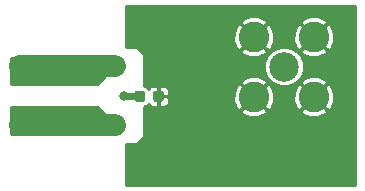
<source format=gbr>
G04 #@! TF.GenerationSoftware,KiCad,Pcbnew,(5.0.2)-1*
G04 #@! TF.CreationDate,2020-08-06T16:14:57-05:00*
G04 #@! TF.ProjectId,xform-plug,78666f72-6d2d-4706-9c75-672e6b696361,rev?*
G04 #@! TF.SameCoordinates,Original*
G04 #@! TF.FileFunction,Copper,L2,Bot*
G04 #@! TF.FilePolarity,Positive*
%FSLAX46Y46*%
G04 Gerber Fmt 4.6, Leading zero omitted, Abs format (unit mm)*
G04 Created by KiCad (PCBNEW (5.0.2)-1) date 8/6/2020 4:14:57 PM*
%MOMM*%
%LPD*%
G01*
G04 APERTURE LIST*
G04 #@! TA.AperFunction,ComponentPad*
%ADD10C,2.600000*%
G04 #@! TD*
G04 #@! TA.AperFunction,ComponentPad*
%ADD11C,2.500000*%
G04 #@! TD*
G04 #@! TA.AperFunction,Conductor*
%ADD12C,0.100000*%
G04 #@! TD*
G04 #@! TA.AperFunction,SMDPad,CuDef*
%ADD13C,0.875000*%
G04 #@! TD*
G04 #@! TA.AperFunction,ViaPad*
%ADD14C,0.800000*%
G04 #@! TD*
G04 #@! TA.AperFunction,Conductor*
%ADD15C,1.500000*%
G04 #@! TD*
G04 #@! TA.AperFunction,Conductor*
%ADD16C,1.650000*%
G04 #@! TD*
G04 #@! TA.AperFunction,Conductor*
%ADD17C,1.800000*%
G04 #@! TD*
G04 #@! TA.AperFunction,Conductor*
%ADD18C,1.900000*%
G04 #@! TD*
G04 #@! TA.AperFunction,Conductor*
%ADD19C,0.600000*%
G04 #@! TD*
G04 #@! TA.AperFunction,Conductor*
%ADD20C,0.254000*%
G04 #@! TD*
G04 APERTURE END LIST*
D10*
G04 #@! TO.P,J1,1*
G04 #@! TO.N,GND*
X20960000Y4990000D03*
X26040000Y4990000D03*
X20960000Y-90000D03*
X26040000Y-90000D03*
D11*
G04 #@! TO.P,J1,2*
G04 #@! TO.N,Net-(J1-Pad2)*
X23500000Y2450000D03*
G04 #@! TD*
D12*
G04 #@! TO.N,Net-(R1-Pad2)*
G04 #@! TO.C,R1*
G36*
X11552691Y423947D02*
X11573926Y420797D01*
X11594750Y415581D01*
X11614962Y408349D01*
X11634368Y399170D01*
X11652781Y388134D01*
X11670024Y375346D01*
X11685930Y360930D01*
X11700346Y345024D01*
X11713134Y327781D01*
X11724170Y309368D01*
X11733349Y289962D01*
X11740581Y269750D01*
X11745797Y248926D01*
X11748947Y227691D01*
X11750000Y206250D01*
X11750000Y-306250D01*
X11748947Y-327691D01*
X11745797Y-348926D01*
X11740581Y-369750D01*
X11733349Y-389962D01*
X11724170Y-409368D01*
X11713134Y-427781D01*
X11700346Y-445024D01*
X11685930Y-460930D01*
X11670024Y-475346D01*
X11652781Y-488134D01*
X11634368Y-499170D01*
X11614962Y-508349D01*
X11594750Y-515581D01*
X11573926Y-520797D01*
X11552691Y-523947D01*
X11531250Y-525000D01*
X11093750Y-525000D01*
X11072309Y-523947D01*
X11051074Y-520797D01*
X11030250Y-515581D01*
X11010038Y-508349D01*
X10990632Y-499170D01*
X10972219Y-488134D01*
X10954976Y-475346D01*
X10939070Y-460930D01*
X10924654Y-445024D01*
X10911866Y-427781D01*
X10900830Y-409368D01*
X10891651Y-389962D01*
X10884419Y-369750D01*
X10879203Y-348926D01*
X10876053Y-327691D01*
X10875000Y-306250D01*
X10875000Y206250D01*
X10876053Y227691D01*
X10879203Y248926D01*
X10884419Y269750D01*
X10891651Y289962D01*
X10900830Y309368D01*
X10911866Y327781D01*
X10924654Y345024D01*
X10939070Y360930D01*
X10954976Y375346D01*
X10972219Y388134D01*
X10990632Y399170D01*
X11010038Y408349D01*
X11030250Y415581D01*
X11051074Y420797D01*
X11072309Y423947D01*
X11093750Y425000D01*
X11531250Y425000D01*
X11552691Y423947D01*
X11552691Y423947D01*
G37*
D13*
G04 #@! TD*
G04 #@! TO.P,R1,2*
G04 #@! TO.N,Net-(R1-Pad2)*
X11312500Y-50000D03*
D12*
G04 #@! TO.N,GND*
G04 #@! TO.C,R1*
G36*
X13127691Y423947D02*
X13148926Y420797D01*
X13169750Y415581D01*
X13189962Y408349D01*
X13209368Y399170D01*
X13227781Y388134D01*
X13245024Y375346D01*
X13260930Y360930D01*
X13275346Y345024D01*
X13288134Y327781D01*
X13299170Y309368D01*
X13308349Y289962D01*
X13315581Y269750D01*
X13320797Y248926D01*
X13323947Y227691D01*
X13325000Y206250D01*
X13325000Y-306250D01*
X13323947Y-327691D01*
X13320797Y-348926D01*
X13315581Y-369750D01*
X13308349Y-389962D01*
X13299170Y-409368D01*
X13288134Y-427781D01*
X13275346Y-445024D01*
X13260930Y-460930D01*
X13245024Y-475346D01*
X13227781Y-488134D01*
X13209368Y-499170D01*
X13189962Y-508349D01*
X13169750Y-515581D01*
X13148926Y-520797D01*
X13127691Y-523947D01*
X13106250Y-525000D01*
X12668750Y-525000D01*
X12647309Y-523947D01*
X12626074Y-520797D01*
X12605250Y-515581D01*
X12585038Y-508349D01*
X12565632Y-499170D01*
X12547219Y-488134D01*
X12529976Y-475346D01*
X12514070Y-460930D01*
X12499654Y-445024D01*
X12486866Y-427781D01*
X12475830Y-409368D01*
X12466651Y-389962D01*
X12459419Y-369750D01*
X12454203Y-348926D01*
X12451053Y-327691D01*
X12450000Y-306250D01*
X12450000Y206250D01*
X12451053Y227691D01*
X12454203Y248926D01*
X12459419Y269750D01*
X12466651Y289962D01*
X12475830Y309368D01*
X12486866Y327781D01*
X12499654Y345024D01*
X12514070Y360930D01*
X12529976Y375346D01*
X12547219Y388134D01*
X12565632Y399170D01*
X12585038Y408349D01*
X12605250Y415581D01*
X12626074Y420797D01*
X12647309Y423947D01*
X12668750Y425000D01*
X13106250Y425000D01*
X13127691Y423947D01*
X13127691Y423947D01*
G37*
D13*
G04 #@! TD*
G04 #@! TO.P,R1,1*
G04 #@! TO.N,GND*
X12887500Y-50000D03*
D14*
G04 #@! TO.N,/slot_l*
X9250000Y2540000D03*
X7250000Y2540000D03*
X5000000Y2540000D03*
X3000000Y2540000D03*
X1000010Y2540000D03*
G04 #@! TO.N,/slot_r*
X3000000Y-2460000D03*
X7250000Y-2460000D03*
X5000000Y-2460000D03*
X1000010Y-2460000D03*
X9250000Y-2460000D03*
G04 #@! TO.N,GND*
X14750000Y2750000D03*
X14750000Y1000000D03*
X14750000Y-750000D03*
X14750000Y-2500000D03*
X14750000Y-4500000D03*
X12500000Y-4500000D03*
X14750000Y4750000D03*
X12500000Y4750000D03*
X17000000Y4750000D03*
X17000000Y-4500000D03*
X23250000Y-3250000D03*
X21750000Y-5000000D03*
X19250000Y-4750000D03*
X10500000Y-4500000D03*
X10500000Y4750000D03*
X14750000Y6750000D03*
X12500000Y6750000D03*
X17000000Y6750000D03*
X10500000Y6750000D03*
X12500000Y-6500000D03*
X14750000Y-6500000D03*
X17000000Y-6500000D03*
X10500000Y-6500000D03*
X18700000Y5700000D03*
X23250000Y-1500000D03*
G04 #@! TO.N,Net-(R1-Pad2)*
X10000000Y0D03*
G04 #@! TD*
D15*
G04 #@! TO.N,/slot_r*
X9250000Y-2460000D02*
X1000010Y-2460000D01*
D16*
X9250000Y-2460000D02*
X1035010Y-2460000D01*
D17*
X9250000Y-2460000D02*
X1110010Y-2460000D01*
D18*
X9250000Y-2460000D02*
X1160010Y-2460000D01*
D15*
G04 #@! TO.N,/slot_l*
X9250000Y2540000D02*
X1000010Y2540000D01*
D16*
X9250000Y2540000D02*
X1035010Y2540000D01*
D18*
X9250000Y2540000D02*
X1400010Y2540000D01*
X1400010Y2540000D02*
X1160010Y2540000D01*
D17*
X1160010Y2540000D02*
X1110010Y2540000D01*
D19*
G04 #@! TO.N,Net-(R1-Pad2)*
X10050000Y-50000D02*
X10000000Y0D01*
X11312500Y-50000D02*
X10050000Y-50000D01*
G04 #@! TD*
D20*
G04 #@! TO.N,GND*
G36*
X29563001Y-7563000D02*
X10127000Y-7563000D01*
X10127000Y-4127000D01*
X11000000Y-4127000D01*
X11048601Y-4117333D01*
X11089803Y-4089803D01*
X11589803Y-3589803D01*
X11617333Y-3548601D01*
X11627000Y-3500000D01*
X11627000Y-1275764D01*
X19806763Y-1275764D01*
X19943703Y-1527942D01*
X20571340Y-1807405D01*
X21258148Y-1825409D01*
X21899565Y-1579212D01*
X21976297Y-1527942D01*
X22113237Y-1275764D01*
X24886763Y-1275764D01*
X25023703Y-1527942D01*
X25651340Y-1807405D01*
X26338148Y-1825409D01*
X26979565Y-1579212D01*
X27056297Y-1527942D01*
X27193237Y-1275764D01*
X26040000Y-122527D01*
X24886763Y-1275764D01*
X22113237Y-1275764D01*
X20960000Y-122527D01*
X19806763Y-1275764D01*
X11627000Y-1275764D01*
X11627000Y-941319D01*
X11781569Y-910573D01*
X11993779Y-768779D01*
X12052434Y-680996D01*
X12088007Y-766876D01*
X12208124Y-886993D01*
X12365065Y-952000D01*
X12757750Y-952000D01*
X12864500Y-845250D01*
X12864500Y-73000D01*
X12910500Y-73000D01*
X12910500Y-845250D01*
X13017250Y-952000D01*
X13409935Y-952000D01*
X13566876Y-886993D01*
X13686993Y-766876D01*
X13752000Y-609936D01*
X13752000Y-388148D01*
X19224591Y-388148D01*
X19470788Y-1029565D01*
X19522058Y-1106297D01*
X19774236Y-1243237D01*
X20927473Y-90000D01*
X20992527Y-90000D01*
X22145764Y-1243237D01*
X22397942Y-1106297D01*
X22677405Y-478660D01*
X22679777Y-388148D01*
X24304591Y-388148D01*
X24550788Y-1029565D01*
X24602058Y-1106297D01*
X24854236Y-1243237D01*
X26007473Y-90000D01*
X26072527Y-90000D01*
X27225764Y-1243237D01*
X27477942Y-1106297D01*
X27757405Y-478660D01*
X27775409Y208148D01*
X27529212Y849565D01*
X27477942Y926297D01*
X27225764Y1063237D01*
X26072527Y-90000D01*
X26007473Y-90000D01*
X24854236Y1063237D01*
X24602058Y926297D01*
X24322595Y298660D01*
X24304591Y-388148D01*
X22679777Y-388148D01*
X22695409Y208148D01*
X22449212Y849565D01*
X22397942Y926297D01*
X22145764Y1063237D01*
X20992527Y-90000D01*
X20927473Y-90000D01*
X19774236Y1063237D01*
X19522058Y926297D01*
X19242595Y298660D01*
X19224591Y-388148D01*
X13752000Y-388148D01*
X13752000Y-179750D01*
X13645250Y-73000D01*
X12910500Y-73000D01*
X12864500Y-73000D01*
X12844500Y-73000D01*
X12844500Y-27000D01*
X12864500Y-27000D01*
X12864500Y745250D01*
X12910500Y745250D01*
X12910500Y-27000D01*
X13645250Y-27000D01*
X13752000Y79750D01*
X13752000Y509936D01*
X13686993Y666876D01*
X13566876Y786993D01*
X13409935Y852000D01*
X13017250Y852000D01*
X12910500Y745250D01*
X12864500Y745250D01*
X12757750Y852000D01*
X12365065Y852000D01*
X12208124Y786993D01*
X12088007Y666876D01*
X12052434Y580996D01*
X11993779Y668779D01*
X11781569Y810573D01*
X11627000Y841319D01*
X11627000Y1095764D01*
X19806763Y1095764D01*
X20960000Y-57473D01*
X22113237Y1095764D01*
X21976297Y1347942D01*
X21348660Y1627405D01*
X20661852Y1645409D01*
X20020435Y1399212D01*
X19943703Y1347942D01*
X19806763Y1095764D01*
X11627000Y1095764D01*
X11627000Y2783576D01*
X21823000Y2783576D01*
X21823000Y2116424D01*
X22078308Y1500056D01*
X22550056Y1028308D01*
X23166424Y773000D01*
X23833576Y773000D01*
X24449944Y1028308D01*
X24517400Y1095764D01*
X24886763Y1095764D01*
X26040000Y-57473D01*
X27193237Y1095764D01*
X27056297Y1347942D01*
X26428660Y1627405D01*
X25741852Y1645409D01*
X25100435Y1399212D01*
X25023703Y1347942D01*
X24886763Y1095764D01*
X24517400Y1095764D01*
X24921692Y1500056D01*
X25177000Y2116424D01*
X25177000Y2783576D01*
X24921692Y3399944D01*
X24517400Y3804236D01*
X24886763Y3804236D01*
X25023703Y3552058D01*
X25651340Y3272595D01*
X26338148Y3254591D01*
X26979565Y3500788D01*
X27056297Y3552058D01*
X27193237Y3804236D01*
X26040000Y4957473D01*
X24886763Y3804236D01*
X24517400Y3804236D01*
X24449944Y3871692D01*
X23833576Y4127000D01*
X23166424Y4127000D01*
X22550056Y3871692D01*
X22078308Y3399944D01*
X21823000Y2783576D01*
X11627000Y2783576D01*
X11627000Y3500000D01*
X11617333Y3548601D01*
X11589803Y3589803D01*
X11375370Y3804236D01*
X19806763Y3804236D01*
X19943703Y3552058D01*
X20571340Y3272595D01*
X21258148Y3254591D01*
X21899565Y3500788D01*
X21976297Y3552058D01*
X22113237Y3804236D01*
X20960000Y4957473D01*
X19806763Y3804236D01*
X11375370Y3804236D01*
X11089803Y4089803D01*
X11048601Y4117333D01*
X11000000Y4127000D01*
X10127000Y4127000D01*
X10127000Y4691852D01*
X19224591Y4691852D01*
X19470788Y4050435D01*
X19522058Y3973703D01*
X19774236Y3836763D01*
X20927473Y4990000D01*
X20992527Y4990000D01*
X22145764Y3836763D01*
X22397942Y3973703D01*
X22677405Y4601340D01*
X22679777Y4691852D01*
X24304591Y4691852D01*
X24550788Y4050435D01*
X24602058Y3973703D01*
X24854236Y3836763D01*
X26007473Y4990000D01*
X26072527Y4990000D01*
X27225764Y3836763D01*
X27477942Y3973703D01*
X27757405Y4601340D01*
X27775409Y5288148D01*
X27529212Y5929565D01*
X27477942Y6006297D01*
X27225764Y6143237D01*
X26072527Y4990000D01*
X26007473Y4990000D01*
X24854236Y6143237D01*
X24602058Y6006297D01*
X24322595Y5378660D01*
X24304591Y4691852D01*
X22679777Y4691852D01*
X22695409Y5288148D01*
X22449212Y5929565D01*
X22397942Y6006297D01*
X22145764Y6143237D01*
X20992527Y4990000D01*
X20927473Y4990000D01*
X19774236Y6143237D01*
X19522058Y6006297D01*
X19242595Y5378660D01*
X19224591Y4691852D01*
X10127000Y4691852D01*
X10127000Y6175764D01*
X19806763Y6175764D01*
X20960000Y5022527D01*
X22113237Y6175764D01*
X24886763Y6175764D01*
X26040000Y5022527D01*
X27193237Y6175764D01*
X27056297Y6427942D01*
X26428660Y6707405D01*
X25741852Y6725409D01*
X25100435Y6479212D01*
X25023703Y6427942D01*
X24886763Y6175764D01*
X22113237Y6175764D01*
X21976297Y6427942D01*
X21348660Y6707405D01*
X20661852Y6725409D01*
X20020435Y6479212D01*
X19943703Y6427942D01*
X19806763Y6175764D01*
X10127000Y6175764D01*
X10127000Y7563000D01*
X29563000Y7563000D01*
X29563001Y-7563000D01*
X29563001Y-7563000D01*
G37*
X29563001Y-7563000D02*
X10127000Y-7563000D01*
X10127000Y-4127000D01*
X11000000Y-4127000D01*
X11048601Y-4117333D01*
X11089803Y-4089803D01*
X11589803Y-3589803D01*
X11617333Y-3548601D01*
X11627000Y-3500000D01*
X11627000Y-1275764D01*
X19806763Y-1275764D01*
X19943703Y-1527942D01*
X20571340Y-1807405D01*
X21258148Y-1825409D01*
X21899565Y-1579212D01*
X21976297Y-1527942D01*
X22113237Y-1275764D01*
X24886763Y-1275764D01*
X25023703Y-1527942D01*
X25651340Y-1807405D01*
X26338148Y-1825409D01*
X26979565Y-1579212D01*
X27056297Y-1527942D01*
X27193237Y-1275764D01*
X26040000Y-122527D01*
X24886763Y-1275764D01*
X22113237Y-1275764D01*
X20960000Y-122527D01*
X19806763Y-1275764D01*
X11627000Y-1275764D01*
X11627000Y-941319D01*
X11781569Y-910573D01*
X11993779Y-768779D01*
X12052434Y-680996D01*
X12088007Y-766876D01*
X12208124Y-886993D01*
X12365065Y-952000D01*
X12757750Y-952000D01*
X12864500Y-845250D01*
X12864500Y-73000D01*
X12910500Y-73000D01*
X12910500Y-845250D01*
X13017250Y-952000D01*
X13409935Y-952000D01*
X13566876Y-886993D01*
X13686993Y-766876D01*
X13752000Y-609936D01*
X13752000Y-388148D01*
X19224591Y-388148D01*
X19470788Y-1029565D01*
X19522058Y-1106297D01*
X19774236Y-1243237D01*
X20927473Y-90000D01*
X20992527Y-90000D01*
X22145764Y-1243237D01*
X22397942Y-1106297D01*
X22677405Y-478660D01*
X22679777Y-388148D01*
X24304591Y-388148D01*
X24550788Y-1029565D01*
X24602058Y-1106297D01*
X24854236Y-1243237D01*
X26007473Y-90000D01*
X26072527Y-90000D01*
X27225764Y-1243237D01*
X27477942Y-1106297D01*
X27757405Y-478660D01*
X27775409Y208148D01*
X27529212Y849565D01*
X27477942Y926297D01*
X27225764Y1063237D01*
X26072527Y-90000D01*
X26007473Y-90000D01*
X24854236Y1063237D01*
X24602058Y926297D01*
X24322595Y298660D01*
X24304591Y-388148D01*
X22679777Y-388148D01*
X22695409Y208148D01*
X22449212Y849565D01*
X22397942Y926297D01*
X22145764Y1063237D01*
X20992527Y-90000D01*
X20927473Y-90000D01*
X19774236Y1063237D01*
X19522058Y926297D01*
X19242595Y298660D01*
X19224591Y-388148D01*
X13752000Y-388148D01*
X13752000Y-179750D01*
X13645250Y-73000D01*
X12910500Y-73000D01*
X12864500Y-73000D01*
X12844500Y-73000D01*
X12844500Y-27000D01*
X12864500Y-27000D01*
X12864500Y745250D01*
X12910500Y745250D01*
X12910500Y-27000D01*
X13645250Y-27000D01*
X13752000Y79750D01*
X13752000Y509936D01*
X13686993Y666876D01*
X13566876Y786993D01*
X13409935Y852000D01*
X13017250Y852000D01*
X12910500Y745250D01*
X12864500Y745250D01*
X12757750Y852000D01*
X12365065Y852000D01*
X12208124Y786993D01*
X12088007Y666876D01*
X12052434Y580996D01*
X11993779Y668779D01*
X11781569Y810573D01*
X11627000Y841319D01*
X11627000Y1095764D01*
X19806763Y1095764D01*
X20960000Y-57473D01*
X22113237Y1095764D01*
X21976297Y1347942D01*
X21348660Y1627405D01*
X20661852Y1645409D01*
X20020435Y1399212D01*
X19943703Y1347942D01*
X19806763Y1095764D01*
X11627000Y1095764D01*
X11627000Y2783576D01*
X21823000Y2783576D01*
X21823000Y2116424D01*
X22078308Y1500056D01*
X22550056Y1028308D01*
X23166424Y773000D01*
X23833576Y773000D01*
X24449944Y1028308D01*
X24517400Y1095764D01*
X24886763Y1095764D01*
X26040000Y-57473D01*
X27193237Y1095764D01*
X27056297Y1347942D01*
X26428660Y1627405D01*
X25741852Y1645409D01*
X25100435Y1399212D01*
X25023703Y1347942D01*
X24886763Y1095764D01*
X24517400Y1095764D01*
X24921692Y1500056D01*
X25177000Y2116424D01*
X25177000Y2783576D01*
X24921692Y3399944D01*
X24517400Y3804236D01*
X24886763Y3804236D01*
X25023703Y3552058D01*
X25651340Y3272595D01*
X26338148Y3254591D01*
X26979565Y3500788D01*
X27056297Y3552058D01*
X27193237Y3804236D01*
X26040000Y4957473D01*
X24886763Y3804236D01*
X24517400Y3804236D01*
X24449944Y3871692D01*
X23833576Y4127000D01*
X23166424Y4127000D01*
X22550056Y3871692D01*
X22078308Y3399944D01*
X21823000Y2783576D01*
X11627000Y2783576D01*
X11627000Y3500000D01*
X11617333Y3548601D01*
X11589803Y3589803D01*
X11375370Y3804236D01*
X19806763Y3804236D01*
X19943703Y3552058D01*
X20571340Y3272595D01*
X21258148Y3254591D01*
X21899565Y3500788D01*
X21976297Y3552058D01*
X22113237Y3804236D01*
X20960000Y4957473D01*
X19806763Y3804236D01*
X11375370Y3804236D01*
X11089803Y4089803D01*
X11048601Y4117333D01*
X11000000Y4127000D01*
X10127000Y4127000D01*
X10127000Y4691852D01*
X19224591Y4691852D01*
X19470788Y4050435D01*
X19522058Y3973703D01*
X19774236Y3836763D01*
X20927473Y4990000D01*
X20992527Y4990000D01*
X22145764Y3836763D01*
X22397942Y3973703D01*
X22677405Y4601340D01*
X22679777Y4691852D01*
X24304591Y4691852D01*
X24550788Y4050435D01*
X24602058Y3973703D01*
X24854236Y3836763D01*
X26007473Y4990000D01*
X26072527Y4990000D01*
X27225764Y3836763D01*
X27477942Y3973703D01*
X27757405Y4601340D01*
X27775409Y5288148D01*
X27529212Y5929565D01*
X27477942Y6006297D01*
X27225764Y6143237D01*
X26072527Y4990000D01*
X26007473Y4990000D01*
X24854236Y6143237D01*
X24602058Y6006297D01*
X24322595Y5378660D01*
X24304591Y4691852D01*
X22679777Y4691852D01*
X22695409Y5288148D01*
X22449212Y5929565D01*
X22397942Y6006297D01*
X22145764Y6143237D01*
X20992527Y4990000D01*
X20927473Y4990000D01*
X19774236Y6143237D01*
X19522058Y6006297D01*
X19242595Y5378660D01*
X19224591Y4691852D01*
X10127000Y4691852D01*
X10127000Y6175764D01*
X19806763Y6175764D01*
X20960000Y5022527D01*
X22113237Y6175764D01*
X24886763Y6175764D01*
X26040000Y5022527D01*
X27193237Y6175764D01*
X27056297Y6427942D01*
X26428660Y6707405D01*
X25741852Y6725409D01*
X25100435Y6479212D01*
X25023703Y6427942D01*
X24886763Y6175764D01*
X22113237Y6175764D01*
X21976297Y6427942D01*
X21348660Y6707405D01*
X20661852Y6725409D01*
X20020435Y6479212D01*
X19943703Y6427942D01*
X19806763Y6175764D01*
X10127000Y6175764D01*
X10127000Y7563000D01*
X29563000Y7563000D01*
X29563001Y-7563000D01*
G04 #@! TO.N,/slot_l*
G36*
X8373000Y1652606D02*
X7697394Y977000D01*
X437000Y977000D01*
X437000Y3223000D01*
X8373000Y3223000D01*
X8373000Y1652606D01*
X8373000Y1652606D01*
G37*
X8373000Y1652606D02*
X7697394Y977000D01*
X437000Y977000D01*
X437000Y3223000D01*
X8373000Y3223000D01*
X8373000Y1652606D01*
G04 #@! TO.N,/slot_r*
G36*
X8320062Y-1652606D02*
X8320062Y-3223000D01*
X437000Y-3223000D01*
X437000Y-977000D01*
X7644456Y-977000D01*
X8320062Y-1652606D01*
X8320062Y-1652606D01*
G37*
X8320062Y-1652606D02*
X8320062Y-3223000D01*
X437000Y-3223000D01*
X437000Y-977000D01*
X7644456Y-977000D01*
X8320062Y-1652606D01*
G04 #@! TD*
M02*

</source>
